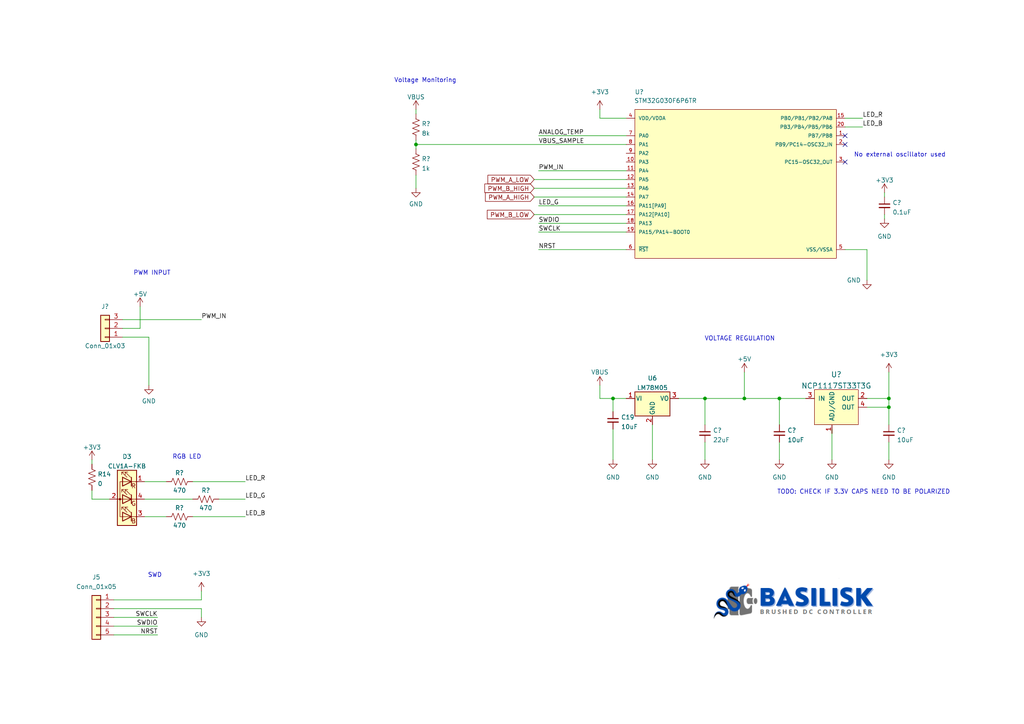
<source format=kicad_sch>
(kicad_sch (version 20211123) (generator eeschema)
  (paper "A4")
  (lib_symbols
    (symbol "Connector_Generic:Conn_01x03" (pin_names (offset 1.016) hide)
      (property "Reference" "J" (at 0 5.08 0))
      (property "Value" "Conn_01x03" (at 0 -5.08 0))
      (symbol "Conn_01x03_1_1"
        (rectangle (start -1.27 -2.413) (end 0 -2.667) (stroke (width 0.1524)))
        (rectangle (start -1.27 0.127) (end 0 -0.127) (stroke (width 0.1524)))
        (rectangle (start -1.27 2.667) (end 0 2.413) (stroke (width 0.1524)))
        (rectangle (start -1.27 3.81) (end 1.27 -3.81) (stroke (width 0.254)) (fill (type background)))
        (pin passive line (at -5.08 2.54 0) (length 3.81) (name "Pin_1") (number "1"))
        (pin passive line (at -5.08 0 0) (length 3.81) (name "Pin_2") (number "2"))
        (pin passive line (at -5.08 -2.54 0) (length 3.81) (name "Pin_3") (number "3"))
      )
    )
    (symbol "Connector_Generic:Conn_01x05" (pin_names (offset 1.016) hide)
      (property "Reference" "J" (at 0 7.62 0))
      (property "Value" "Conn_01x05" (at 0 -7.62 0))
      (symbol "Conn_01x05_1_1"
        (rectangle (start -1.27 -4.953) (end 0 -5.207) (stroke (width 0.1524)))
        (rectangle (start -1.27 -2.413) (end 0 -2.667) (stroke (width 0.1524)))
        (rectangle (start -1.27 0.127) (end 0 -0.127) (stroke (width 0.1524)))
        (rectangle (start -1.27 2.667) (end 0 2.413) (stroke (width 0.1524)))
        (rectangle (start -1.27 5.207) (end 0 4.953) (stroke (width 0.1524)))
        (rectangle (start -1.27 6.35) (end 1.27 -6.35) (stroke (width 0.254)) (fill (type background)))
        (pin passive line (at -5.08 5.08 0) (length 3.81) (name "Pin_1") (number "1"))
        (pin passive line (at -5.08 2.54 0) (length 3.81) (name "Pin_2") (number "2"))
        (pin passive line (at -5.08 0 0) (length 3.81) (name "Pin_3") (number "3"))
        (pin passive line (at -5.08 -2.54 0) (length 3.81) (name "Pin_4") (number "4"))
        (pin passive line (at -5.08 -5.08 0) (length 3.81) (name "Pin_5") (number "5"))
      )
    )
    (symbol "Device:C_Small" (pin_numbers hide) (pin_names (offset 0.254) hide)
      (property "Reference" "C" (at 0.254 1.778 0))
      (property "Value" "C_Small" (at 0.254 -2.032 0))
      (symbol "C_Small_0_1"
        (polyline (pts (xy -1.524 -0.508) (xy 1.524 -0.508)) (stroke (width 0.3302)))
        (polyline (pts (xy -1.524 0.508) (xy 1.524 0.508)) (stroke (width 0.3048)))
      )
      (symbol "C_Small_1_1"
        (pin passive line (at 0 2.54 270) (length 2.032) (name "~") (number "1"))
        (pin passive line (at 0 -2.54 90) (length 2.032) (name "~") (number "2"))
      )
    )
    (symbol "Device:LED_RABG" (pin_names (offset 0) hide)
      (property "Reference" "D" (at 0 9.398 0))
      (property "Value" "LED_RABG" (at 0 -8.89 0))
      (symbol "LED_RABG_0_0"
        (text "B" (at -1.905 -6.35 0) (effects (font (size 1.27 1.27))))
        (text "G" (at -1.905 -1.27 0) (effects (font (size 1.27 1.27))))
        (text "R" (at -1.905 3.81 0) (effects (font (size 1.27 1.27))))
      )
      (symbol "LED_RABG_0_1"
        (polyline (pts (xy -1.27 -5.08) (xy -2.54 -5.08)))
        (polyline (pts (xy -1.27 -5.08) (xy 1.27 -5.08)))
        (polyline (pts (xy -1.27 -3.81) (xy -1.27 -6.35)) (stroke (width 0.254)))
        (polyline (pts (xy -1.27 0) (xy -2.54 0)))
        (polyline (pts (xy -1.27 1.27) (xy -1.27 -1.27)) (stroke (width 0.254)))
        (polyline (pts (xy -1.27 5.08) (xy -2.54 5.08)))
        (polyline (pts (xy -1.27 5.08) (xy 1.27 5.08)))
        (polyline (pts (xy -1.27 6.35) (xy -1.27 3.81)) (stroke (width 0.254)))
        (polyline (pts (xy 1.27 0) (xy -1.27 0)))
        (polyline (pts (xy 1.27 0) (xy 2.54 0)))
        (polyline (pts (xy -1.27 1.27) (xy -1.27 -1.27) (xy -1.27 -1.27)))
        (polyline (pts (xy -1.27 6.35) (xy -1.27 3.81) (xy -1.27 3.81)))
        (polyline (pts (xy 1.27 -5.08) (xy 2.032 -5.08) (xy 2.032 5.08) (xy 1.27 5.08)))
        (polyline (pts (xy 1.27 -3.81) (xy 1.27 -6.35) (xy -1.27 -5.08) (xy 1.27 -3.81)) (stroke (width 0.254)))
        (polyline (pts (xy 1.27 1.27) (xy 1.27 -1.27) (xy -1.27 0) (xy 1.27 1.27)) (stroke (width 0.254)))
        (polyline (pts (xy 1.27 6.35) (xy 1.27 3.81) (xy -1.27 5.08) (xy 1.27 6.35)) (stroke (width 0.254)))
        (polyline (pts (xy -1.016 -3.81) (xy 0.508 -2.286) (xy -0.254 -2.286) (xy 0.508 -2.286) (xy 0.508 -3.048)))
        (polyline (pts (xy -1.016 1.27) (xy 0.508 2.794) (xy -0.254 2.794) (xy 0.508 2.794) (xy 0.508 2.032)))
        (polyline (pts (xy -1.016 6.35) (xy 0.508 7.874) (xy -0.254 7.874) (xy 0.508 7.874) (xy 0.508 7.112)))
        (polyline (pts (xy 0 -3.81) (xy 1.524 -2.286) (xy 0.762 -2.286) (xy 1.524 -2.286) (xy 1.524 -3.048)))
        (polyline (pts (xy 0 1.27) (xy 1.524 2.794) (xy 0.762 2.794) (xy 1.524 2.794) (xy 1.524 2.032)))
        (polyline (pts (xy 0 6.35) (xy 1.524 7.874) (xy 0.762 7.874) (xy 1.524 7.874) (xy 1.524 7.112)))
        (rectangle (start 1.27 -1.27) (end 1.27 1.27))
        (rectangle (start 1.27 1.27) (end 1.27 1.27))
        (rectangle (start 1.27 3.81) (end 1.27 6.35))
        (rectangle (start 1.27 6.35) (end 1.27 6.35))
        (circle (center 2.032 0) (radius 0.254) (fill (type outline)))
        (rectangle (start 2.794 8.382) (end -2.794 -7.62) (stroke (width 0.254)) (fill (type background)))
      )
      (symbol "LED_RABG_1_1"
        (pin passive line (at -5.08 5.08 0) (length 2.54) (name "RK") (number "1"))
        (pin passive line (at 5.08 0 180) (length 2.54) (name "A") (number "2"))
        (pin passive line (at -5.08 -5.08 0) (length 2.54) (name "BK") (number "3"))
        (pin passive line (at -5.08 0 0) (length 2.54) (name "GK") (number "4"))
      )
    )
    (symbol "Device:R_US" (pin_numbers hide) (pin_names (offset 0))
      (property "Reference" "R" (at 2.54 0 90))
      (property "Value" "R_US" (at -2.54 0 90))
      (symbol "R_US_0_1"
        (polyline (pts (xy 0 -2.286) (xy 0 -2.54)))
        (polyline (pts (xy 0 2.286) (xy 0 2.54)))
        (polyline (pts (xy 0 -0.762) (xy 1.016 -1.143) (xy 0 -1.524) (xy -1.016 -1.905) (xy 0 -2.286)))
        (polyline (pts (xy 0 0.762) (xy 1.016 0.381) (xy 0 0) (xy -1.016 -0.381) (xy 0 -0.762)))
        (polyline (pts (xy 0 2.286) (xy 1.016 1.905) (xy 0 1.524) (xy -1.016 1.143) (xy 0 0.762)))
      )
      (symbol "R_US_1_1"
        (pin passive line (at 0 3.81 270) (length 1.27) (name "~") (number "1"))
        (pin passive line (at 0 -3.81 90) (length 1.27) (name "~") (number "2"))
      )
    )
    (symbol "Regulator_Linear:LM78M05_TO252" (pin_names (offset 0.254))
      (property "Reference" "U" (at -3.81 3.175 0))
      (property "Value" "LM78M05_TO252" (at 0 3.175 0))
      (symbol "LM78M05_TO252_0_1"
        (rectangle (start -5.08 1.905) (end 5.08 -5.08) (stroke (width 0.254)) (fill (type background)))
      )
      (symbol "LM78M05_TO252_1_1"
        (pin power_in line (at -7.62 0 0) (length 2.54) (name "VI") (number "1"))
        (pin power_in line (at 0 -7.62 90) (length 2.54) (name "GND") (number "2"))
        (pin power_out line (at 7.62 0 180) (length 2.54) (name "VO") (number "3"))
      )
    )
    (symbol "dk_PMIC-Voltage-Regulators-Linear:NCP1117ST33T3G" (pin_names (offset 1.016))
      (property "Reference" "U" (at 2.54 3.81 0))
      (property "Value" "NCP1117ST33T3G" (at 2.54 6.35 0))
      (symbol "NCP1117ST33T3G_0_1"
        (rectangle (start -5.08 2.54) (end 7.62 -7.62) (fill (type background)))
      )
      (symbol "NCP1117ST33T3G_1_1"
        (pin power_in line (at 0 -10.16 90) (length 2.54) (name "ADJ/GND") (number "1"))
        (pin power_out line (at 10.16 0 180) (length 2.54) (name "OUT") (number "2"))
        (pin power_in line (at -7.62 0 0) (length 2.54) (name "IN") (number "3"))
        (pin power_out line (at 10.16 -2.54 180) (length 2.54) (name "OUT") (number "4"))
      )
    )
    (symbol "eec:STM32G030F6P6TR" (pin_names (offset 1.016))
      (property "Reference" "U" (at 0 5.08 0))
      (property "Value" "STM32G030F6P6TR" (at 0 7.62 0))
      (symbol "STM32G030F6P6TR_1_1"
        (rectangle (start 5.08 2.54) (end 63.5 -40.64) (fill (type background)))
        (pin bidirectional line (at 66.04 -5.08 180) (length 2.54) (name "PB7/PB8") (number "1"))
        (pin bidirectional line (at 2.54 -12.7 0) (length 2.54) (name "PA3") (number "10"))
        (pin bidirectional line (at 2.54 -15.24 0) (length 2.54) (name "PA4") (number "11"))
        (pin bidirectional line (at 2.54 -17.78 0) (length 2.54) (name "PA5") (number "12"))
        (pin bidirectional line (at 2.54 -20.32 0) (length 2.54) (name "PA6") (number "13"))
        (pin bidirectional line (at 2.54 -22.86 0) (length 2.54) (name "PA7") (number "14"))
        (pin bidirectional line (at 66.04 0 180) (length 2.54) (name "PB0/PB1/PB2/PA8") (number "15"))
        (pin bidirectional line (at 2.54 -25.4 0) (length 2.54) (name "PA11[PA9]") (number "16"))
        (pin bidirectional line (at 2.54 -27.94 0) (length 2.54) (name "PA12[PA10]") (number "17"))
        (pin bidirectional line (at 2.54 -30.48 0) (length 2.54) (name "PA13") (number "18"))
        (pin bidirectional line (at 2.54 -33.02 0) (length 2.54) (name "PA15/PA14-BOOT0") (number "19"))
        (pin bidirectional line (at 66.04 -7.62 180) (length 2.54) (name "PB9/PC14-OSC32_IN") (number "2"))
        (pin bidirectional line (at 66.04 -2.54 180) (length 2.54) (name "PB3/PB4/PB5/PB6") (number "20"))
        (pin bidirectional line (at 66.04 -12.7 180) (length 2.54) (name "PC15-OSC32_OUT") (number "3"))
        (pin power_in line (at 2.54 0 0) (length 2.54) (name "VDD/VDDA") (number "4"))
        (pin power_in line (at 66.04 -38.1 180) (length 2.54) (name "VSS/VSSA") (number "5"))
        (pin input line (at 2.54 -38.1 0) (length 2.54) (name "~{RST}") (number "6"))
        (pin bidirectional line (at 2.54 -5.08 0) (length 2.54) (name "PA0") (number "7"))
        (pin bidirectional line (at 2.54 -7.62 0) (length 2.54) (name "PA1") (number "8"))
        (pin bidirectional line (at 2.54 -10.16 0) (length 2.54) (name "PA2") (number "9"))
      )
    )
    (symbol "power:+3.3V" (power) (pin_names (offset 0))
      (property "Value" "+3.3V" (at 0 3.556 0))
      (symbol "+3.3V_0_1"
        (polyline (pts (xy -0.762 1.27) (xy 0 2.54)))
        (polyline (pts (xy 0 0) (xy 0 2.54)))
        (polyline (pts (xy 0 2.54) (xy 0.762 1.27)))
      )
      (symbol "+3.3V_1_1"
        (pin power_in line (at 0 0 90) (length 0) hide (name "+3V3") (number "1"))
      )
    )
    (symbol "power:+3V3" (power) (pin_names (offset 0))
      (property "Value" "+3V3" (at 0 3.556 0))
      (symbol "+3V3_0_1"
        (polyline (pts (xy -0.762 1.27) (xy 0 2.54)))
        (polyline (pts (xy 0 0) (xy 0 2.54)))
        (polyline (pts (xy 0 2.54) (xy 0.762 1.27)))
      )
      (symbol "+3V3_1_1"
        (pin power_in line (at 0 0 90) (length 0) hide (name "+3V3") (number "1"))
      )
    )
    (symbol "power:+5V" (power) (pin_names (offset 0))
      (property "Value" "+5V" (at 0 3.556 0))
      (symbol "+5V_0_1"
        (polyline (pts (xy -0.762 1.27) (xy 0 2.54)))
        (polyline (pts (xy 0 0) (xy 0 2.54)))
        (polyline (pts (xy 0 2.54) (xy 0.762 1.27)))
      )
      (symbol "+5V_1_1"
        (pin power_in line (at 0 0 90) (length 0) hide (name "+5V") (number "1"))
      )
    )
    (symbol "power:GND" (power) (pin_names (offset 0))
      (property "Value" "GND" (at 0 -3.81 0))
      (symbol "GND_0_1"
        (polyline (pts (xy 0 0) (xy 0 -1.27) (xy 1.27 -1.27) (xy 0 -2.54) (xy -1.27 -1.27) (xy 0 -1.27)))
      )
      (symbol "GND_1_1"
        (pin power_in line (at 0 0 270) (length 0) hide (name "GND") (number "1"))
      )
    )
    (symbol "power:VBUS" (power) (pin_names (offset 0))
      (property "Value" "VBUS" (at 0 3.81 0))
      (symbol "VBUS_0_1"
        (polyline (pts (xy -0.762 1.27) (xy 0 2.54)))
        (polyline (pts (xy 0 0) (xy 0 2.54)))
        (polyline (pts (xy 0 2.54) (xy 0.762 1.27)))
      )
      (symbol "VBUS_1_1"
        (pin power_in line (at 0 0 90) (length 0) hide (name "VBUS") (number "1"))
      )
    )
  )
  (junction (at 120.65 41.91))
  (junction (at 226.06 115.57))
  (junction (at 204.47 115.57))
  (junction (at 215.9 115.57))
  (junction (at 257.81 118.11))
  (junction (at 177.8 115.57))
  (junction (at 257.81 115.57))
  (no_connect (at 245.11 41.91))
  (no_connect (at 245.11 46.99))
  (no_connect (at 245.11 39.37))
  (wire (pts (xy 241.3 124.46) (xy 241.3 133.35)))
  (wire (pts (xy 33.02 181.61) (xy 45.72 181.61)))
  (wire (pts (xy 120.65 50.8) (xy 120.65 54.61)))
  (wire (pts (xy 215.9 115.57) (xy 226.06 115.57)))
  (wire (pts (xy 204.47 115.57) (xy 215.9 115.57)))
  (wire (pts (xy 154.94 54.61) (xy 181.61 54.61)))
  (wire (pts (xy 156.21 67.31) (xy 181.61 67.31)))
  (wire (pts (xy 55.88 149.86) (xy 71.12 149.86)))
  (wire (pts (xy 204.47 115.57) (xy 204.47 123.19)))
  (wire (pts (xy 120.65 41.91) (xy 120.65 43.18)))
  (wire (pts (xy 154.94 62.23) (xy 181.61 62.23)))
  (wire (pts (xy 156.21 39.37) (xy 181.61 39.37)))
  (wire (pts (xy 35.56 97.79) (xy 43.18 97.79)))
  (wire (pts (xy 245.11 34.29) (xy 250.19 34.29)))
  (wire (pts (xy 156.21 59.69) (xy 181.61 59.69)))
  (wire (pts (xy 256.54 62.23) (xy 256.54 63.5)))
  (wire (pts (xy 33.02 179.07) (xy 45.72 179.07)))
  (wire (pts (xy 173.99 34.29) (xy 173.99 31.75)))
  (wire (pts (xy 26.67 133.35) (xy 26.67 134.62)))
  (wire (pts (xy 226.06 115.57) (xy 226.06 123.19)))
  (wire (pts (xy 189.23 123.19) (xy 189.23 133.35)))
  (wire (pts (xy 33.02 184.15) (xy 45.72 184.15)))
  (wire (pts (xy 40.64 95.25) (xy 40.64 88.9)))
  (wire (pts (xy 58.42 176.53) (xy 58.42 179.07)))
  (wire (pts (xy 35.56 95.25) (xy 40.64 95.25)))
  (wire (pts (xy 120.65 41.91) (xy 181.61 41.91)))
  (wire (pts (xy 43.18 97.79) (xy 43.18 111.76)))
  (wire (pts (xy 257.81 107.95) (xy 257.81 115.57)))
  (wire (pts (xy 226.06 115.57) (xy 233.68 115.57)))
  (wire (pts (xy 196.85 115.57) (xy 204.47 115.57)))
  (wire (pts (xy 177.8 115.57) (xy 181.61 115.57)))
  (wire (pts (xy 41.91 149.86) (xy 48.26 149.86)))
  (wire (pts (xy 181.61 34.29) (xy 173.99 34.29)))
  (wire (pts (xy 156.21 49.53) (xy 181.61 49.53)))
  (wire (pts (xy 245.11 72.39) (xy 251.46 72.39)))
  (wire (pts (xy 55.88 139.7) (xy 71.12 139.7)))
  (wire (pts (xy 26.67 144.78) (xy 26.67 142.24)))
  (wire (pts (xy 154.94 52.07) (xy 181.61 52.07)))
  (wire (pts (xy 226.06 128.27) (xy 226.06 133.35)))
  (wire (pts (xy 154.94 57.15) (xy 181.61 57.15)))
  (wire (pts (xy 215.9 115.57) (xy 215.9 107.95)))
  (wire (pts (xy 257.81 115.57) (xy 251.46 115.57)))
  (wire (pts (xy 156.21 72.39) (xy 181.61 72.39)))
  (wire (pts (xy 245.11 36.83) (xy 250.19 36.83)))
  (wire (pts (xy 173.99 115.57) (xy 177.8 115.57)))
  (wire (pts (xy 41.91 144.78) (xy 55.88 144.78)))
  (wire (pts (xy 257.81 118.11) (xy 257.81 123.19)))
  (wire (pts (xy 251.46 118.11) (xy 257.81 118.11)))
  (wire (pts (xy 173.99 111.76) (xy 173.99 115.57)))
  (wire (pts (xy 257.81 128.27) (xy 257.81 133.35)))
  (wire (pts (xy 177.8 115.57) (xy 177.8 119.38)))
  (wire (pts (xy 204.47 128.27) (xy 204.47 133.35)))
  (wire (pts (xy 177.8 124.46) (xy 177.8 133.35)))
  (wire (pts (xy 35.56 92.71) (xy 58.42 92.71)))
  (wire (pts (xy 251.46 72.39) (xy 251.46 81.28)))
  (wire (pts (xy 257.81 118.11) (xy 257.81 115.57)))
  (wire (pts (xy 58.42 173.99) (xy 58.42 171.45)))
  (wire (pts (xy 120.65 40.64) (xy 120.65 41.91)))
  (wire (pts (xy 33.02 176.53) (xy 58.42 176.53)))
  (wire (pts (xy 256.54 55.88) (xy 256.54 57.15)))
  (wire (pts (xy 63.5 144.78) (xy 71.12 144.78)))
  (wire (pts (xy 33.02 173.99) (xy 58.42 173.99)))
  (wire (pts (xy 156.21 64.77) (xy 181.61 64.77)))
  (wire (pts (xy 41.91 139.7) (xy 48.26 139.7)))
  (wire (pts (xy 120.65 31.75) (xy 120.65 33.02)))
  (wire (pts (xy 31.75 144.78) (xy 26.67 144.78)))
  (image (at 231.14 173.99) (scale 1.27119))
  (text "TODO: CHECK IF 3.3V CAPS NEED TO BE POLARIZED" (at 275.59 143.51 180) (effects (font (size 1.27 1.27)) (justify right bottom)))
  (text "PWM INPUT" (at 49.53 80.01 180) (effects (font (size 1.27 1.27)) (justify right bottom)))
  (text "VOLTAGE REGULATION\n" (at 224.79 99.06 180) (effects (font (size 1.27 1.27)) (justify right bottom)))
  (text "RGB LED\n" (at 58.42 133.35 180) (effects (font (size 1.27 1.27)) (justify right bottom)))
  (text "SWD" (at 46.99 167.64 180) (effects (font (size 1.27 1.27)) (justify right bottom)))
  (text "Voltage Monitoring" (at 114.3 24.13 0) (effects (font (size 1.27 1.27)) (justify left bottom)))
  (text "No external oscillator used" (at 247.65 45.72 0) (effects (font (size 1.27 1.27)) (justify left bottom)))
  (label "NRST" (at 45.72 184.15 180))
  (label "LED_B" (at 250.19 36.83 0))
  (label "SWCLK" (at 45.72 179.07 180))
  (label "SWDIO" (at 45.72 181.61 180))
  (label "LED_G" (at 156.21 59.69 0))
  (label "LED_B" (at 71.12 149.86 0))
  (label "VBUS_SAMPLE" (at 156.21 41.91 0))
  (label "LED_R" (at 250.19 34.29 0))
  (label "LED_G" (at 71.12 144.78 0))
  (label "LED_R" (at 71.12 139.7 0))
  (label "SWCLK" (at 156.21 67.31 0))
  (label "ANALOG_TEMP" (at 156.21 39.37 0))
  (label "PWM_IN" (at 58.42 92.71 0))
  (label "NRST" (at 156.21 72.39 0))
  (label "PWM_IN" (at 156.21 49.53 0))
  (label "SWDIO" (at 156.21 64.77 0))
  (global_label "PWM_A_HIGH" (shape input) (at 154.94 57.15 180) (property "Intersheet References" "${INTERSHEET_REFS}" (effects hide)))
  (global_label "PWM_A_LOW" (shape input) (at 154.94 52.07 180) (property "Intersheet References" "${INTERSHEET_REFS}" (effects hide)))
  (global_label "PWM_B_HIGH" (shape input) (at 154.94 54.61 180) (property "Intersheet References" "${INTERSHEET_REFS}" (effects hide)))
  (global_label "PWM_B_LOW" (shape input) (at 154.94 62.23 180) (property "Intersheet References" "${INTERSHEET_REFS}" (effects hide)))
  (symbol (lib_id "Regulator_Linear:LM78M05_TO252") (at 189.23 115.57 0) (unit 1)
    (property "Reference" "U6" (at 189.23 109.6985 0))
    (property "Value" "LM78M05" (at 189.23 112.4736 0))
    (property "Footprint" "Package_TO_SOT_SMD:TO-252-2" (effects hide))
    (property "Datasheet" "https://www.onsemi.com/pub/Collateral/MC78M00-D.PDF" (effects hide))
    (property "Digikey Part Num" "497-1201-1-ND" (effects hide))
  )
  (symbol (lib_id "Device:C_Small") (at 226.06 125.73 0) (unit 1)
    (property "Reference" "C?" (at 228.3841 124.8278 0) (effects (justify left)))
    (property "Value" "10uF" (at 228.3841 127.6029 0) (effects (justify left)))
    (property "Footprint" "Capacitor_SMD:C_0805_2012Metric_Pad1.18x1.45mm_HandSolder" (effects hide))
    (property "Digikey Part Num" "490-10511-1-ND" (effects hide))
  )
  (symbol (lib_id "power:GND") (at 251.46 81.28 0) (unit 1)
    (property "Reference" "#PWR?" (effects hide))
    (property "Value" "GND" (at 247.65 81.28 0))
  )
  (symbol (lib_id "Device:R_US") (at 120.65 36.83 0) (unit 1)
    (property "Reference" "R?" (at 122.301 35.9215 0) (effects (justify left)))
    (property "Value" "8k" (at 122.301 38.6966 0) (effects (justify left)))
    (property "Footprint" "Resistor_SMD:R_0603_1608Metric_Pad0.98x0.95mm_HandSolder" (effects hide))
    (property "Digikey Part Num" "RMCF0603JT8K20CT-ND" (effects hide))
  )
  (symbol (lib_id "Device:C_Small") (at 257.81 125.73 0) (unit 1)
    (property "Reference" "C?" (at 260.1341 124.8278 0) (effects (justify left)))
    (property "Value" "10uF" (at 260.1341 127.6029 0) (effects (justify left)))
    (property "Footprint" "Capacitor_SMD:C_0805_2012Metric_Pad1.18x1.45mm_HandSolder" (effects hide))
    (property "Digikey Part Num" "490-10511-1-ND" (effects hide))
  )
  (symbol (lib_id "power:+3.3V") (at 26.67 133.35 0) (unit 1)
    (property "Reference" "#PWR0138" (effects hide))
    (property "Value" "+3.3V" (at 26.67 129.7455 0))
  )
  (symbol (lib_id "power:+3V3") (at 257.81 107.95 0) (unit 1)
    (property "Reference" "#PWR?" (effects hide))
    (property "Value" "+3V3" (at 257.81 102.87 0))
  )
  (symbol (lib_id "eec:STM32G030F6P6TR") (at 179.07 34.29 0) (unit 1)
    (property "Reference" "U?" (at 185.42 26.67 0))
    (property "Value" "STM32G030F6P6TR" (at 193.04 29.21 0))
    (property "Footprint" "STMicroelectronics-TSSOP20-YA-0-3-*" (effects hide))
    (property "Datasheet" "https://www.st.com/resource/en/datasheet/stm32g030f6.pdf" (effects hide))
    (property "RAM size" "8KBytes" (effects hide))
    (property "ambient temperature range high" "+85°C" (effects hide))
    (property "ambient temperature range low" "-40°C" (effects hide))
    (property "automotive" "No" (effects hide))
    (property "category" "IC" (effects hide))
    (property "core architecture" "ARM Cortex-M0+" (effects hide))
    (property "data bus width" "32bits" (effects hide))
    (property "device class L1" "Integrated Circuits (ICs)" (effects hide))
    (property "device class L2" "Embedded Processors and Controllers" (effects hide))
    (property "device class L3" "Microcontrollers" (effects hide))
    (property "digikey description" "IC MCU 32BIT 32KB FLASH 20TSSOP" (effects hide))
    (property "digikey part number" "497-STM32G030F6P6TR-ND" (effects hide))
    (property "frequency" "64MHz" (effects hide))
    (property "height" "1.2mm" (effects hide))
    (property "interface" "I2C,SPI,USART,LIN,IrDA,I2S,SMBus" (effects hide))
    (property "lead free" "Yes" (effects hide))
    (property "library id" "ae7919767ad426b8" (effects hide))
    (property "manufacturer" "STMicroelectronics" (effects hide))
    (property "max junction temp" "+105°C" (effects hide))
    (property "max supply voltage" "3.6V" (effects hide))
    (property "memory size" "32KBytes" (effects hide))
    (property "memory type" "FLASH" (effects hide))
    (property "min supply voltage" "2V" (effects hide))
    (property "mouser description" "MCU 32-Bit STM32 ARM Cortex-M0+ RISC 32KB Flash 2V to 3.6V 20-Pin TSSOP T/R" (effects hide))
    (property "mouser part number" "511-STM32G030F6P6TR" (effects hide))
    (property "number of A/D converters" "1" (effects hide))
    (property "number of ADC channels" "14" (effects hide))
    (property "number of I/Os" "17" (effects hide))
    (property "number of I2C channels" "2" (effects hide))
    (property "number of PWM channels" "9" (effects hide))
    (property "number of SPI channels" "2" (effects hide))
    (property "number of UART channels" "2" (effects hide))
    (property "number of cores" "1" (effects hide))
    (property "number of timers/counters" "5" (effects hide))
    (property "package" "TSSOP20" (effects hide))
    (property "rohs" "Yes" (effects hide))
    (property "standoff height" "0.05mm" (effects hide))
    (property "temperature range high" "+85°C" (effects hide))
    (property "temperature range low" "-40°C" (effects hide))
    (property "Digikey Part Num" "497-STM32G030F6P6-ND" (effects hide))
  )
  (symbol (lib_id "Device:C_Small") (at 256.54 59.69 0) (unit 1)
    (property "Reference" "C?" (at 258.8641 58.7878 0) (effects (justify left)))
    (property "Value" "0.1uF" (at 258.8641 61.5629 0) (effects (justify left)))
    (property "Footprint" "Capacitor_SMD:C_0603_1608Metric_Pad1.08x0.95mm_HandSolder" (effects hide))
    (property "Digikey Part Num" "399-14105-1-ND" (effects hide))
  )
  (symbol (lib_id "power:+3V3") (at 58.42 171.45 0) (unit 1)
    (property "Reference" "#PWR?" (effects hide))
    (property "Value" "+3V3" (at 58.42 166.37 0))
  )
  (symbol (lib_id "power:GND") (at 177.8 133.35 0) (unit 1)
    (property "Reference" "#PWR0154" (effects hide))
    (property "Value" "GND" (at 177.8 138.43 0))
  )
  (symbol (lib_id "power:+5V") (at 215.9 107.95 0) (unit 1)
    (property "Reference" "#PWR?" (effects hide))
    (property "Value" "+5V" (at 215.9 104.14 0))
  )
  (symbol (lib_id "power:GND") (at 204.47 133.35 0) (unit 1)
    (property "Reference" "#PWR?" (effects hide))
    (property "Value" "GND" (at 204.47 138.43 0))
  )
  (symbol (lib_id "power:VBUS") (at 173.99 111.76 0) (unit 1)
    (property "Reference" "#PWR?" (effects hide))
    (property "Value" "VBUS" (at 173.99 107.95 0))
  )
  (symbol (lib_id "Device:R_US") (at 59.69 144.78 90) (unit 1)
    (property "Reference" "R?" (at 59.69 142.24 90))
    (property "Value" "470" (at 59.69 147.32 90))
    (property "Footprint" "Resistor_SMD:R_0603_1608Metric_Pad0.98x0.95mm_HandSolder" (effects hide))
    (property "Digikey Part Num" "RMCF0603FT470RCT-ND" (effects hide))
  )
  (symbol (lib_id "power:GND") (at 226.06 133.35 0) (unit 1)
    (property "Reference" "#PWR?" (effects hide))
    (property "Value" "GND" (at 226.06 138.43 0))
  )
  (symbol (lib_id "power:+3V3") (at 173.99 31.75 0) (unit 1)
    (property "Reference" "#PWR?" (effects hide))
    (property "Value" "+3V3" (at 173.99 26.67 0))
  )
  (symbol (lib_id "power:GND") (at 120.65 54.61 0) (unit 1)
    (property "Reference" "#PWR?" (effects hide))
    (property "Value" "GND" (at 120.65 59.1725 0))
  )
  (symbol (lib_id "Device:C_Small") (at 177.8 121.92 0) (unit 1)
    (property "Reference" "C19" (at 180.1241 121.0178 0) (effects (justify left)))
    (property "Value" "10uF" (at 180.1241 123.7929 0) (effects (justify left)))
    (property "Footprint" "Capacitor_SMD:C_1206_3216Metric" (effects hide))
    (property "Digikey Part Num" "1276-6736-1-ND" (effects hide))
  )
  (symbol (lib_id "dk_PMIC-Voltage-Regulators-Linear:NCP1117ST33T3G") (at 241.3 115.57 0) (unit 1)
    (property "Reference" "U?" (at 242.57 108.6261 0) (effects (font (size 1.524 1.524))))
    (property "Value" "NCP1117ST33T3G" (at 242.57 111.9051 0) (effects (font (size 1.524 1.524))))
    (property "Footprint" "digikey-footprints:SOT-223" (effects hide))
    (property "Datasheet" "https://www.onsemi.com/pub/Collateral/NCP1117-D.PDF" (effects hide))
    (property "MPN" "NCP1117ST33T3G" (effects hide))
    (property "Category" "Integrated Circuits (ICs)" (effects hide))
    (property "Family" "PMIC - Voltage Regulators - Linear" (effects hide))
    (property "DK_Datasheet_Link" "https://www.onsemi.com/pub/Collateral/NCP1117-D.PDF" (effects hide))
    (property "DK_Detail_Page" "/product-detail/en/on-semiconductor/NCP1117ST33T3G/NCP1117ST33T3GOSCT-ND/660708" (effects hide))
    (property "Description" "IC REG LINEAR 3.3V 1A SOT223" (effects hide))
    (property "Manufacturer" "ON Semiconductor" (effects hide))
    (property "Status" "Active" (effects hide))
    (property "Digikey Part Num" "NCP1117ST33T3GOSCT-ND" (effects hide))
  )
  (symbol (lib_id "power:GND") (at 43.18 111.76 0) (unit 1)
    (property "Reference" "#PWR?" (effects hide))
    (property "Value" "GND" (at 43.18 116.3225 0))
  )
  (symbol (lib_id "Device:R_US") (at 52.07 139.7 90) (unit 1)
    (property "Reference" "R?" (at 52.07 137.16 90))
    (property "Value" "470" (at 52.07 142.24 90))
    (property "Footprint" "Resistor_SMD:R_0603_1608Metric_Pad0.98x0.95mm_HandSolder" (effects hide))
    (property "Digikey Part Num" "RMCF0603FT470RCT-ND" (effects hide))
  )
  (symbol (lib_id "Device:R_US") (at 26.67 138.43 0) (unit 1)
    (property "Reference" "R14" (at 28.321 137.5215 0) (effects (justify left)))
    (property "Value" "0" (at 28.321 140.2966 0) (effects (justify left)))
    (property "Footprint" "Resistor_SMD:R_0603_1608Metric_Pad0.98x0.95mm_HandSolder" (effects hide))
    (property "Digikey Part Num" "2019-RK73Z1JTTDCT-ND" (effects hide))
  )
  (symbol (lib_id "Connector_Generic:Conn_01x05") (at 27.94 179.07 0) (mirror y) (unit 1)
    (property "Reference" "J5" (at 27.94 167.4049 0))
    (property "Value" "Conn_01x05" (at 27.94 170.18 0))
    (property "Footprint" "Connector_PinHeader_2.54mm:PinHeader_1x05_P2.54mm_Vertical" (effects hide))
  )
  (symbol (lib_id "Device:LED_RABG") (at 36.83 144.78 0) (mirror y) (unit 1)
    (property "Reference" "D3" (at 36.83 132.4315 0))
    (property "Value" "CLV1A-FKB" (at 36.83 135.2066 0))
    (property "Footprint" "LED_SMD:LED_Cree-PLCC4_3.2x2.8mm_CCW" (effects hide))
    (property "Digikey Part Num" "CLV1A-FKB-CK1VW1DE1BB7C3C3CT-ND" (effects hide))
  )
  (symbol (lib_id "power:GND") (at 241.3 133.35 0) (unit 1)
    (property "Reference" "#PWR?" (effects hide))
    (property "Value" "GND" (at 241.3 138.43 0))
  )
  (symbol (lib_id "power:+3V3") (at 256.54 55.88 0) (unit 1)
    (property "Reference" "#PWR?" (effects hide))
    (property "Value" "+3V3" (at 256.54 52.2755 0))
  )
  (symbol (lib_id "power:GND") (at 256.54 63.5 0) (unit 1)
    (property "Reference" "#PWR?" (effects hide))
    (property "Value" "GND" (at 256.54 68.58 0))
  )
  (symbol (lib_id "power:VBUS") (at 120.65 31.75 0) (unit 1)
    (property "Reference" "#PWR?" (effects hide))
    (property "Value" "VBUS" (at 120.65 28.1455 0))
  )
  (symbol (lib_id "power:GND") (at 58.42 179.07 0) (unit 1)
    (property "Reference" "#PWR?" (effects hide))
    (property "Value" "GND" (at 58.42 184.15 0))
  )
  (symbol (lib_id "Device:R_US") (at 52.07 149.86 90) (unit 1)
    (property "Reference" "R?" (at 52.07 147.32 90))
    (property "Value" "470" (at 52.07 152.4 90))
    (property "Footprint" "Resistor_SMD:R_0603_1608Metric_Pad0.98x0.95mm_HandSolder" (effects hide))
    (property "Digikey Part Num" "RMCF0603FT470RCT-ND" (effects hide))
  )
  (symbol (lib_id "power:GND") (at 189.23 133.35 0) (unit 1)
    (property "Reference" "#PWR?" (effects hide))
    (property "Value" "GND" (at 189.23 138.43 0))
  )
  (symbol (lib_id "Device:R_US") (at 120.65 46.99 0) (unit 1)
    (property "Reference" "R?" (at 122.301 46.0815 0) (effects (justify left)))
    (property "Value" "1k" (at 122.301 48.8566 0) (effects (justify left)))
    (property "Footprint" "Resistor_SMD:R_0603_1608Metric_Pad0.98x0.95mm_HandSolder" (effects hide))
    (property "Digikey Part Num" "RMCF0603FG1K00CT-ND" (effects hide))
  )
  (symbol (lib_id "Connector_Generic:Conn_01x03") (at 30.48 95.25 180) (unit 1)
    (property "Reference" "J?" (at 30.48 88.9 0))
    (property "Value" "Conn_01x03" (at 30.48 100.33 0))
    (property "Footprint" "Connector_PinHeader_2.54mm:PinHeader_1x03_P2.54mm_Vertical" (effects hide))
  )
  (symbol (lib_id "power:+5V") (at 40.64 88.9 0) (unit 1)
    (property "Reference" "#PWR?" (effects hide))
    (property "Value" "+5V" (at 40.64 85.2955 0))
  )
  (symbol (lib_id "power:GND") (at 257.81 133.35 0) (unit 1)
    (property "Reference" "#PWR?" (effects hide))
    (property "Value" "GND" (at 257.81 138.43 0))
  )
  (symbol (lib_id "Device:C_Small") (at 204.47 125.73 0) (unit 1)
    (property "Reference" "C?" (at 206.7941 124.8278 0) (effects (justify left)))
    (property "Value" "22uF" (at 206.7941 127.6029 0) (effects (justify left)))
    (property "Footprint" "Capacitor_SMD:C_0805_2012Metric_Pad1.18x1.45mm_HandSolder" (effects hide))
    (property "Digikey Part Num" "587-5464-1-ND" (effects hide))
  )
)
</source>
